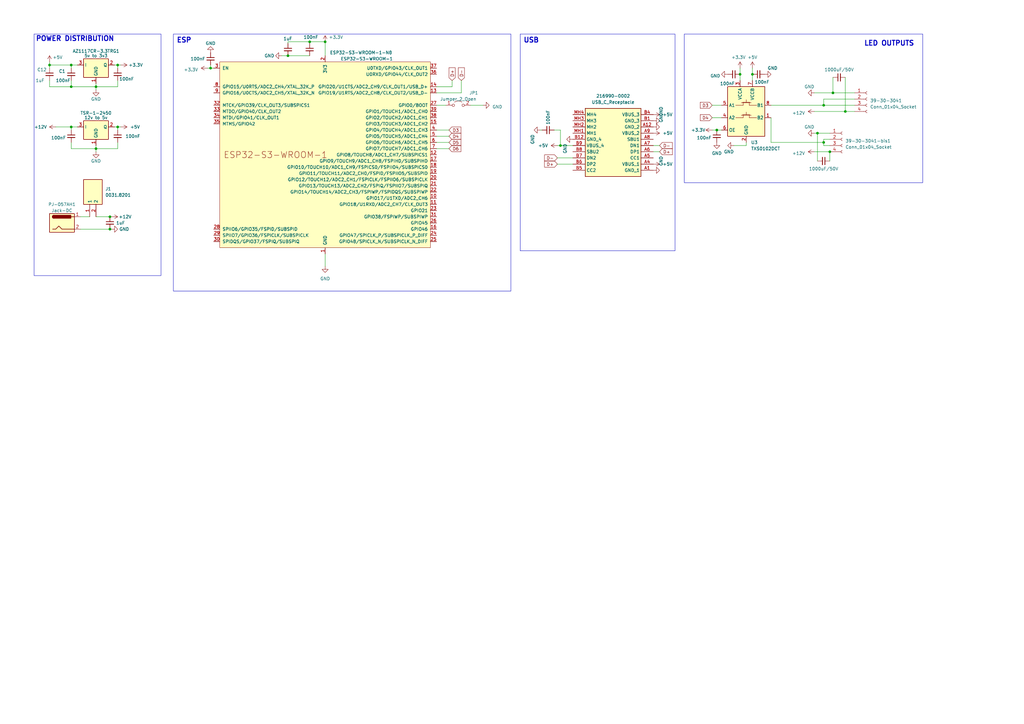
<source format=kicad_sch>
(kicad_sch (version 20230121) (generator eeschema)
  (paper "A3")
  (lib_symbols
    (symbol "Connector:Conn_01x04_Socket" (pin_names (offset 1.016) hide)
      (property "Reference" "J" (at 0 5.08 0))
      (property "Value" "Conn_01x04_Socket" (at 0 -7.62 0))
      (symbol "Conn_01x04_Socket_1_1"
        (arc (start 0 -4.572) (mid -0.5058 -5.08) (end 0 -5.588) (stroke (width 0.1524)))
        (arc (start 0 -2.032) (mid -0.5058 -2.54) (end 0 -3.048) (stroke (width 0.1524)))
        (polyline (pts (xy -1.27 -5.08) (xy -0.508 -5.08)) (stroke (width 0.1524)))
        (polyline (pts (xy -1.27 -2.54) (xy -0.508 -2.54)) (stroke (width 0.1524)))
        (polyline (pts (xy -1.27 0) (xy -0.508 0)) (stroke (width 0.1524)))
        (polyline (pts (xy -1.27 2.54) (xy -0.508 2.54)) (stroke (width 0.1524)))
        (arc (start 0 0.508) (mid -0.5058 0) (end 0 -0.508) (stroke (width 0.1524)))
        (arc (start 0 3.048) (mid -0.5058 2.54) (end 0 2.032) (stroke (width 0.1524)))
        (pin passive line (at -5.08 2.54 0) (length 3.81) (name "Pin_1") (number "1"))
        (pin passive line (at -5.08 0 0) (length 3.81) (name "Pin_2") (number "2"))
        (pin passive line (at -5.08 -2.54 0) (length 3.81) (name "Pin_3") (number "3"))
        (pin passive line (at -5.08 -5.08 0) (length 3.81) (name "Pin_4") (number "4"))
      )
    )
    (symbol "Connector:Jack-DC" (pin_names (offset 1.016))
      (property "Reference" "J" (at 0 5.334 0))
      (property "Value" "Jack-DC" (at 0 -5.08 0))
      (symbol "Jack-DC_0_1"
        (rectangle (start -5.08 3.81) (end 5.08 -3.81) (stroke (width 0.254)) (fill (type background)))
        (arc (start -3.302 3.175) (mid -3.9343 2.54) (end -3.302 1.905) (stroke (width 0.254)))
        (arc (start -3.302 3.175) (mid -3.9343 2.54) (end -3.302 1.905) (stroke (width 0.254)) (fill (type outline)))
        (polyline (pts (xy 5.08 2.54) (xy 3.81 2.54)) (stroke (width 0.254)))
        (polyline (pts (xy -3.81 -2.54) (xy -2.54 -2.54) (xy -1.27 -1.27) (xy 0 -2.54) (xy 2.54 -2.54) (xy 5.08 -2.54)) (stroke (width 0.254)))
        (rectangle (start 3.683 3.175) (end -3.302 1.905) (stroke (width 0.254)) (fill (type outline)))
      )
      (symbol "Jack-DC_1_1"
        (pin passive line (at 7.62 2.54 180) (length 2.54) (name "~") (number "1"))
        (pin passive line (at 7.62 -2.54 180) (length 2.54) (name "~") (number "2"))
      )
    )
    (symbol "Device:C_Small" (pin_numbers hide) (pin_names (offset 0.254) hide)
      (property "Reference" "C" (at 0.254 1.778 0))
      (property "Value" "C_Small" (at 0.254 -2.032 0))
      (symbol "C_Small_0_1"
        (polyline (pts (xy -1.524 -0.508) (xy 1.524 -0.508)) (stroke (width 0.3302)))
        (polyline (pts (xy -1.524 0.508) (xy 1.524 0.508)) (stroke (width 0.3048)))
      )
      (symbol "C_Small_1_1"
        (pin passive line (at 0 2.54 270) (length 2.032) (name "~") (number "1"))
        (pin passive line (at 0 -2.54 90) (length 2.032) (name "~") (number "2"))
      )
    )
    (symbol "Espressif:ESP32-S3-WROOM-1" (pin_names (offset 1.016))
      (property "Reference" "U" (at -43.18 43.18 0))
      (property "Value" "ESP32-S3-WROOM-1" (at -43.18 40.64 0))
      (symbol "ESP32-S3-WROOM-1_0_0"
        (text "ESP32-S3-WROOM-1" (at -20.32 0 0) (effects (font (size 2.54 2.54))))
        (pin power_in line (at 0 -40.64 90) (length 2.54) (name "GND") (number "1"))
        (pin bidirectional line (at 45.72 -17.78 180) (length 2.54) (name "GPIO17/U1TXD/ADC2_CH6") (number "10"))
        (pin bidirectional line (at 45.72 -20.32 180) (length 2.54) (name "GPIO18/U1RXD/ADC2_CH7/CLK_OUT3") (number "11"))
        (pin bidirectional line (at 45.72 0 180) (length 2.54) (name "GPIO8/TOUCH8/ADC1_CH7/SUBSPICS1") (number "12"))
        (pin bidirectional line (at 45.72 25.4 180) (length 2.54) (name "GPIO19/U1RTS/ADC2_CH8/CLK_OUT2/USB_D-") (number "13"))
        (pin bidirectional line (at 45.72 27.94 180) (length 2.54) (name "GPIO20/U1CTS/ADC2_CH9/CLK_OUT1/USB_D+") (number "14"))
        (pin bidirectional line (at 45.72 12.7 180) (length 2.54) (name "GPIO3/TOUCH3/ADC1_CH2") (number "15"))
        (pin bidirectional line (at 45.72 -30.48 180) (length 2.54) (name "GPIO46") (number "16"))
        (pin bidirectional line (at 45.72 -2.54 180) (length 2.54) (name "GPIO9/TOUCH9/ADC1_CH8/FSPIHD/SUBSPIHD") (number "17"))
        (pin bidirectional line (at 45.72 -5.08 180) (length 2.54) (name "GPIO10/TOUCH10/ADC1_CH9/FSPICS0/FSPIIO4/SUBSPICS0") (number "18"))
        (pin bidirectional line (at 45.72 -7.62 180) (length 2.54) (name "GPIO11/TOUCH11/ADC2_CH0/FSPID/FSPIIO5/SUBSPID") (number "19"))
        (pin power_in line (at 0 40.64 270) (length 2.54) (name "3V3") (number "2"))
        (pin bidirectional line (at 45.72 -10.16 180) (length 2.54) (name "GPIO12/TOUCH12/ADC2_CH1/FSPICLK/FSPIIO6/SUBSPICLK") (number "20"))
        (pin bidirectional line (at 45.72 -12.7 180) (length 2.54) (name "GPIO13/TOUCH13/ADC2_CH2/FSPIQ/FSPIIO7/SUBSPIQ") (number "21"))
        (pin bidirectional line (at 45.72 -15.24 180) (length 2.54) (name "GPIO14/TOUCH14/ADC2_CH3/FSPIWP/FSPIDQS/SUBSPIWP") (number "22"))
        (pin bidirectional line (at 45.72 -22.86 180) (length 2.54) (name "GPIO21") (number "23"))
        (pin bidirectional line (at 45.72 -33.02 180) (length 2.54) (name "GPIO47/SPICLK_P/SUBSPICLK_P_DIFF") (number "24"))
        (pin bidirectional line (at 45.72 -35.56 180) (length 2.54) (name "GPIO48/SPICLK_N/SUBSPICLK_N_DIFF") (number "25"))
        (pin bidirectional line (at 45.72 -27.94 180) (length 2.54) (name "GPIO45") (number "26"))
        (pin bidirectional line (at 45.72 20.32 180) (length 2.54) (name "GPIO0/BOOT") (number "27"))
        (pin bidirectional line (at -45.72 -30.48 0) (length 2.54) (name "SPIIO6/GPIO35/FSPID/SUBSPID") (number "28"))
        (pin bidirectional line (at -45.72 -33.02 0) (length 2.54) (name "SPIIO7/GPIO36/FSPICLK/SUBSPICLK") (number "29"))
        (pin input line (at -45.72 35.56 0) (length 2.54) (name "EN") (number "3"))
        (pin bidirectional line (at -45.72 -35.56 0) (length 2.54) (name "SPIDQS/GPIO37/FSPIQ/SUBSPIQ") (number "30"))
        (pin bidirectional line (at 45.72 -25.4 180) (length 2.54) (name "GPIO38/FSPIWP/SUBSPIWP") (number "31"))
        (pin bidirectional line (at -45.72 20.32 0) (length 2.54) (name "MTCK/GPIO39/CLK_OUT3/SUBSPICS1") (number "32"))
        (pin bidirectional line (at -45.72 17.78 0) (length 2.54) (name "MTDO/GPIO40/CLK_OUT2") (number "33"))
        (pin bidirectional line (at -45.72 15.24 0) (length 2.54) (name "MTDI/GPIO41/CLK_OUT1") (number "34"))
        (pin bidirectional line (at -45.72 12.7 0) (length 2.54) (name "MTMS/GPIO42") (number "35"))
        (pin bidirectional line (at 45.72 33.02 180) (length 2.54) (name "U0RXD/GPIO44/CLK_OUT2") (number "36"))
        (pin bidirectional line (at 45.72 35.56 180) (length 2.54) (name "U0TXD/GPIO43/CLK_OUT1") (number "37"))
        (pin bidirectional line (at 45.72 15.24 180) (length 2.54) (name "GPIO2/TOUCH2/ADC1_CH1") (number "38"))
        (pin bidirectional line (at 45.72 17.78 180) (length 2.54) (name "GPIO1/TOUCH1/ADC1_CH0") (number "39"))
        (pin bidirectional line (at 45.72 10.16 180) (length 2.54) (name "GPIO4/TOUCH4/ADC1_CH3") (number "4"))
        (pin passive line (at 0 -40.64 90) (length 2.54) hide (name "GND") (number "40"))
        (pin passive line (at 0 -40.64 90) (length 2.54) hide (name "GND") (number "41"))
        (pin bidirectional line (at 45.72 7.62 180) (length 2.54) (name "GPIO5/TOUCH5/ADC1_CH4") (number "5"))
        (pin bidirectional line (at 45.72 5.08 180) (length 2.54) (name "GPIO6/TOUCH6/ADC1_CH5") (number "6"))
        (pin bidirectional line (at 45.72 2.54 180) (length 2.54) (name "GPIO7/TOUCH7/ADC1_CH6") (number "7"))
        (pin bidirectional line (at -45.72 27.94 0) (length 2.54) (name "GPIO15/U0RTS/ADC2_CH4/XTAL_32K_P") (number "8"))
        (pin bidirectional line (at -45.72 25.4 0) (length 2.54) (name "GPIO16/U0CTS/ADC2_CH5/XTAL_32K_N") (number "9"))
      )
      (symbol "ESP32-S3-WROOM-1_0_1"
        (rectangle (start -43.18 38.1) (end 43.18 -38.1) (fill (type background)))
      )
    )
    (symbol "Jumper:Jumper_2_Open" (pin_names (offset 0) hide)
      (property "Reference" "JP" (at 0 2.794 0))
      (property "Value" "Jumper_2_Open" (at 0 -2.286 0))
      (symbol "Jumper_2_Open_0_0"
        (circle (center -2.032 0) (radius 0.508))
        (circle (center 2.032 0) (radius 0.508))
      )
      (symbol "Jumper_2_Open_0_1"
        (arc (start 1.524 1.27) (mid 0 1.778) (end -1.524 1.27))
      )
      (symbol "Jumper_2_Open_1_1"
        (pin passive line (at -5.08 0 0) (length 2.54) (name "A") (number "1"))
        (pin passive line (at 5.08 0 180) (length 2.54) (name "B") (number "2"))
      )
    )
    (symbol "Logic_LevelTranslator:TXS0102DCT"
      (property "Reference" "U" (at -6.35 11.43 0))
      (property "Value" "TXS0102DCT" (at 3.81 11.43 0))
      (symbol "TXS0102DCT_0_1"
        (rectangle (start -7.62 10.16) (end 7.62 -10.16) (stroke (width 0.254)) (fill (type background)))
        (polyline (pts (xy -4.318 -2.54) (xy -1.27 -2.54)))
        (polyline (pts (xy -2.032 -1.524) (xy 2.032 -1.524)))
        (polyline (pts (xy -1.524 -1.27) (xy 1.524 -1.27)))
        (polyline (pts (xy -1.27 -2.54) (xy -1.27 -1.524)))
        (polyline (pts (xy 0 -1.27) (xy 0 -0.254)))
        (polyline (pts (xy 1.27 -2.54) (xy 1.27 -1.524)))
        (polyline (pts (xy 4.318 -2.54) (xy 1.27 -2.54)))
      )
      (symbol "TXS0102DCT_1_1"
        (polyline (pts (xy -4.318 2.54) (xy -1.27 2.54)))
        (polyline (pts (xy -2.032 3.556) (xy 2.032 3.556)))
        (polyline (pts (xy -1.524 3.81) (xy 1.524 3.81)))
        (polyline (pts (xy -1.27 2.54) (xy -1.27 3.556)))
        (polyline (pts (xy 0 3.81) (xy 0 4.826)))
        (polyline (pts (xy 1.27 2.54) (xy 1.27 3.556)))
        (polyline (pts (xy 4.318 2.54) (xy 1.27 2.54)))
        (pin bidirectional line (at 10.16 -2.54 180) (length 2.54) (name "B2") (number "1"))
        (pin power_in line (at 0 -12.7 90) (length 2.54) (name "GND") (number "2"))
        (pin power_in line (at -2.54 12.7 270) (length 2.54) (name "VCCA") (number "3"))
        (pin bidirectional line (at -10.16 -2.54 0) (length 2.54) (name "A2") (number "4"))
        (pin bidirectional line (at -10.16 2.54 0) (length 2.54) (name "A1") (number "5"))
        (pin input line (at -10.16 -7.62 0) (length 2.54) (name "OE") (number "6"))
        (pin power_in line (at 2.54 12.7 270) (length 2.54) (name "VCCB") (number "7"))
        (pin bidirectional line (at 10.16 2.54 180) (length 2.54) (name "B1") (number "8"))
      )
    )
    (symbol "Regulator_Linear:IFX27001TFV33"
      (property "Reference" "U" (at 0 6.35 0))
      (property "Value" "IFX27001TFV33" (at 0 3.81 0))
      (symbol "IFX27001TFV33_1_1"
        (rectangle (start -5.08 2.54) (end 5.08 -5.08) (stroke (width 0.254)) (fill (type background)))
        (pin power_in line (at 0 -7.62 90) (length 2.54) (name "GND") (number "1"))
        (pin power_out line (at 7.62 0 180) (length 2.54) (name "Q") (number "2"))
        (pin power_in line (at -7.62 0 0) (length 2.54) (name "I") (number "3"))
      )
    )
    (symbol "SamacSys_Parts:0031.8201"
      (property "Reference" "J" (at 16.51 7.62 0))
      (property "Value" "0031.8201" (at 16.51 5.08 0))
      (symbol "0031.8201_1_1"
        (rectangle (start 5.08 2.54) (end 15.24 -5.08) (stroke (width 0.254)) (fill (type background)))
        (pin passive line (at 0 0 0) (length 5.08) (name "1") (number "1"))
        (pin passive line (at 0 -2.54 0) (length 5.08) (name "2") (number "2"))
      )
    )
    (symbol "SamacSys_Parts:216990-0002"
      (property "Reference" "J" (at 29.21 7.62 0))
      (property "Value" "216990-0002" (at 29.21 5.08 0))
      (symbol "216990-0002_1_1"
        (rectangle (start 5.08 2.54) (end 27.94 -25.4) (stroke (width 0.254)) (fill (type background)))
        (pin passive line (at 0 0 0) (length 5.08) (name "GND_1") (number "A1"))
        (pin passive line (at 0 -17.78 0) (length 5.08) (name "GND_2") (number "A12"))
        (pin passive line (at 0 -2.54 0) (length 5.08) (name "VBUS_1") (number "A4"))
        (pin passive line (at 0 -5.08 0) (length 5.08) (name "CC1") (number "A5"))
        (pin passive line (at 0 -7.62 0) (length 5.08) (name "DP1") (number "A6"))
        (pin passive line (at 0 -10.16 0) (length 5.08) (name "DN1") (number "A7"))
        (pin passive line (at 0 -12.7 0) (length 5.08) (name "SBU1") (number "A8"))
        (pin passive line (at 0 -15.24 0) (length 5.08) (name "VBUS_2") (number "A9"))
        (pin passive line (at 0 -20.32 0) (length 5.08) (name "GND_3") (number "B1"))
        (pin passive line (at 33.02 -12.7 180) (length 5.08) (name "GND_4") (number "B12"))
        (pin passive line (at 0 -22.86 0) (length 5.08) (name "VBUS_3") (number "B4"))
        (pin passive line (at 33.02 0 180) (length 5.08) (name "CC2") (number "B5"))
        (pin passive line (at 33.02 -2.54 180) (length 5.08) (name "DP2") (number "B6"))
        (pin passive line (at 33.02 -5.08 180) (length 5.08) (name "DN2") (number "B7"))
        (pin passive line (at 33.02 -7.62 180) (length 5.08) (name "SBU2") (number "B8"))
        (pin passive line (at 33.02 -10.16 180) (length 5.08) (name "VBUS_4") (number "B9"))
        (pin passive line (at 33.02 -15.24 180) (length 5.08) (name "MH1") (number "MH1"))
        (pin passive line (at 33.02 -17.78 180) (length 5.08) (name "MH2") (number "MH2"))
        (pin passive line (at 33.02 -20.32 180) (length 5.08) (name "MH3") (number "MH3"))
        (pin passive line (at 33.02 -22.86 180) (length 5.08) (name "MH4") (number "MH4"))
      )
    )
    (symbol "power:+12V" (power) (pin_names (offset 0))
      (property "Value" "+12V" (at 0 3.556 0))
      (symbol "+12V_0_1"
        (polyline (pts (xy -0.762 1.27) (xy 0 2.54)))
        (polyline (pts (xy 0 0) (xy 0 2.54)))
        (polyline (pts (xy 0 2.54) (xy 0.762 1.27)))
      )
      (symbol "+12V_1_1"
        (pin power_in line (at 0 0 90) (length 0) hide (name "+12V") (number "1"))
      )
    )
    (symbol "power:+3.3V" (power) (pin_names (offset 0))
      (property "Value" "+3.3V" (at 0 3.556 0))
      (symbol "+3.3V_0_1"
        (polyline (pts (xy -0.762 1.27) (xy 0 2.54)))
        (polyline (pts (xy 0 0) (xy 0 2.54)))
        (polyline (pts (xy 0 2.54) (xy 0.762 1.27)))
      )
      (symbol "+3.3V_1_1"
        (pin power_in line (at 0 0 90) (length 0) hide (name "+3.3V") (number "1"))
      )
    )
    (symbol "power:+5V" (power) (pin_names (offset 0))
      (property "Value" "+5V" (at 0 3.556 0))
      (symbol "+5V_0_1"
        (polyline (pts (xy -0.762 1.27) (xy 0 2.54)))
        (polyline (pts (xy 0 0) (xy 0 2.54)))
        (polyline (pts (xy 0 2.54) (xy 0.762 1.27)))
      )
      (symbol "+5V_1_1"
        (pin power_in line (at 0 0 90) (length 0) hide (name "+5V") (number "1"))
      )
    )
    (symbol "power:GND" (power) (pin_names (offset 0))
      (property "Value" "GND" (at 0 -3.81 0))
      (symbol "GND_0_1"
        (polyline (pts (xy 0 0) (xy 0 -1.27) (xy 1.27 -1.27) (xy 0 -2.54) (xy -1.27 -1.27) (xy 0 -1.27)))
      )
      (symbol "GND_1_1"
        (pin power_in line (at 0 0 270) (length 0) hide (name "GND") (number "1"))
      )
    )
  )
  (junction (at 294.005 53.34))
  (junction (at 29.21 52.07))
  (junction (at 337.82 43.18))
  (junction (at 229.87 59.69))
  (junction (at 303.53 30.48))
  (junction (at 39.37 60.96))
  (junction (at 29.21 35.56))
  (junction (at 335.28 54.61))
  (junction (at 340.36 62.23))
  (junction (at 346.71 45.72))
  (junction (at 118.11 22.86))
  (junction (at 127 17.145))
  (junction (at 45.085 88.9))
  (junction (at 337.82 58.42))
  (junction (at 39.37 35.56))
  (junction (at 133.35 17.145))
  (junction (at 341.63 38.1))
  (junction (at 308.61 30.48))
  (junction (at 45.085 93.98))
  (junction (at 20.32 26.67))
  (junction (at 29.21 26.67))
  (junction (at 48.26 26.67))
  (junction (at 48.26 52.07))
  (junction (at 86.36 27.94))
  (wire (pts (xy 316.23 58.42) (xy 337.82 58.42)))
  (wire (pts (xy 29.21 58.42) (xy 29.21 60.96)))
  (wire (pts (xy 179.07 60.96) (xy 184.15 60.96)))
  (wire (pts (xy 335.28 66.04) (xy 335.28 54.61)))
  (wire (pts (xy 39.37 59.69) (xy 39.37 60.96)))
  (wire (pts (xy 20.32 26.67) (xy 29.21 26.67)))
  (wire (pts (xy 334.01 54.61) (xy 335.28 54.61)))
  (wire (pts (xy 337.82 59.69) (xy 337.82 58.42)))
  (wire (pts (xy 303.53 27.94) (xy 303.53 30.48)))
  (wire (pts (xy 115.57 22.86) (xy 118.11 22.86)))
  (wire (pts (xy 228.6 67.31) (xy 234.95 67.31)))
  (wire (pts (xy 292.1 43.18) (xy 295.91 43.18)))
  (wire (pts (xy 341.63 31.75) (xy 341.63 38.1)))
  (wire (pts (xy 346.71 45.72) (xy 350.52 45.72)))
  (wire (pts (xy 185.42 33.02) (xy 185.42 35.56)))
  (wire (pts (xy 20.32 25.4) (xy 20.32 26.67)))
  (wire (pts (xy 48.26 52.07) (xy 49.53 52.07)))
  (wire (pts (xy 229.87 53.34) (xy 229.87 59.69)))
  (wire (pts (xy 46.99 26.67) (xy 48.26 26.67)))
  (wire (pts (xy 228.6 64.77) (xy 234.95 64.77)))
  (wire (pts (xy 20.32 35.56) (xy 29.21 35.56)))
  (wire (pts (xy 337.82 58.42) (xy 337.82 57.15)))
  (wire (pts (xy 45.085 88.9) (xy 45.72 88.9)))
  (wire (pts (xy 308.61 30.48) (xy 308.61 33.02)))
  (wire (pts (xy 39.37 88.9) (xy 45.085 88.9)))
  (wire (pts (xy 189.23 38.1) (xy 179.07 38.1)))
  (wire (pts (xy 222.25 53.34) (xy 221.615 53.34)))
  (wire (pts (xy 29.21 60.96) (xy 39.37 60.96)))
  (wire (pts (xy 85.09 27.94) (xy 86.36 27.94)))
  (wire (pts (xy 300.99 59.69) (xy 306.07 59.69)))
  (wire (pts (xy 308.61 27.94) (xy 308.61 30.48)))
  (wire (pts (xy 118.11 17.78) (xy 118.11 17.145)))
  (wire (pts (xy 29.21 52.07) (xy 31.75 52.07)))
  (wire (pts (xy 337.82 40.64) (xy 350.52 40.64)))
  (wire (pts (xy 316.23 48.26) (xy 316.23 58.42)))
  (wire (pts (xy 39.37 35.56) (xy 39.37 36.83)))
  (wire (pts (xy 227.33 53.34) (xy 229.87 53.34)))
  (wire (pts (xy 341.63 38.1) (xy 350.52 38.1)))
  (wire (pts (xy 334.01 62.23) (xy 340.36 62.23)))
  (wire (pts (xy 185.42 35.56) (xy 179.07 35.56)))
  (wire (pts (xy 20.32 26.67) (xy 20.32 27.94)))
  (wire (pts (xy 267.97 59.69) (xy 270.51 59.69)))
  (wire (pts (xy 33.02 93.98) (xy 45.085 93.98)))
  (wire (pts (xy 133.35 104.14) (xy 133.35 109.22)))
  (wire (pts (xy 303.53 30.48) (xy 303.53 33.02)))
  (wire (pts (xy 45.085 93.98) (xy 45.72 93.98)))
  (wire (pts (xy 48.26 35.56) (xy 39.37 35.56)))
  (wire (pts (xy 179.07 53.34) (xy 184.15 53.34)))
  (wire (pts (xy 292.1 48.26) (xy 295.91 48.26)))
  (wire (pts (xy 228.6 59.69) (xy 229.87 59.69)))
  (wire (pts (xy 267.97 62.23) (xy 270.51 62.23)))
  (wire (pts (xy 127 17.145) (xy 127 17.78)))
  (wire (pts (xy 306.07 59.69) (xy 306.07 58.42)))
  (wire (pts (xy 29.21 35.56) (xy 39.37 35.56)))
  (wire (pts (xy 350.52 43.18) (xy 337.82 43.18)))
  (wire (pts (xy 48.26 53.34) (xy 48.26 52.07)))
  (wire (pts (xy 86.36 27.94) (xy 87.63 27.94)))
  (wire (pts (xy 189.23 33.02) (xy 189.23 38.1)))
  (wire (pts (xy 340.36 59.69) (xy 337.82 59.69)))
  (wire (pts (xy 22.86 52.07) (xy 29.21 52.07)))
  (wire (pts (xy 48.26 26.67) (xy 49.53 26.67)))
  (wire (pts (xy 48.26 58.42) (xy 48.26 60.96)))
  (wire (pts (xy 334.01 38.1) (xy 341.63 38.1)))
  (wire (pts (xy 337.82 43.18) (xy 337.82 40.64)))
  (wire (pts (xy 337.82 57.15) (xy 340.36 57.15)))
  (wire (pts (xy 86.36 26.67) (xy 86.36 27.94)))
  (wire (pts (xy 127 17.145) (xy 133.35 17.145)))
  (wire (pts (xy 39.37 34.29) (xy 39.37 35.56)))
  (wire (pts (xy 118.11 22.86) (xy 127 22.86)))
  (wire (pts (xy 133.35 17.145) (xy 133.35 22.86)))
  (wire (pts (xy 20.32 33.02) (xy 20.32 35.56)))
  (wire (pts (xy 340.36 66.04) (xy 340.36 62.23)))
  (wire (pts (xy 179.07 55.88) (xy 184.15 55.88)))
  (wire (pts (xy 29.21 33.02) (xy 29.21 35.56)))
  (wire (pts (xy 179.07 43.18) (xy 182.88 43.18)))
  (wire (pts (xy 29.21 53.34) (xy 29.21 52.07)))
  (wire (pts (xy 29.21 27.94) (xy 29.21 26.67)))
  (wire (pts (xy 335.28 54.61) (xy 340.36 54.61)))
  (wire (pts (xy 294.005 53.34) (xy 295.91 53.34)))
  (wire (pts (xy 193.04 43.18) (xy 198.12 43.18)))
  (wire (pts (xy 334.01 45.72) (xy 346.71 45.72)))
  (wire (pts (xy 118.11 17.145) (xy 127 17.145)))
  (wire (pts (xy 48.26 27.94) (xy 48.26 26.67)))
  (wire (pts (xy 292.1 53.34) (xy 294.005 53.34)))
  (wire (pts (xy 179.07 58.42) (xy 184.15 58.42)))
  (wire (pts (xy 229.87 59.69) (xy 234.95 59.69)))
  (wire (pts (xy 48.26 33.02) (xy 48.26 35.56)))
  (wire (pts (xy 29.21 26.67) (xy 31.75 26.67)))
  (wire (pts (xy 316.23 43.18) (xy 337.82 43.18)))
  (wire (pts (xy 33.02 88.9) (xy 36.83 88.9)))
  (wire (pts (xy 46.99 52.07) (xy 48.26 52.07)))
  (wire (pts (xy 48.26 60.96) (xy 39.37 60.96)))
  (wire (pts (xy 346.71 31.75) (xy 346.71 45.72)))
  (wire (pts (xy 39.37 60.96) (xy 39.37 62.23)))
  (rectangle (start 280.67 13.97) (end 378.46 74.93))
  (rectangle (start 13.97 13.97) (end 66.04 113.03))
  (rectangle (start 71.12 13.97) (end 209.55 119.38))
  (rectangle (start 213.36 13.97) (end 276.86 102.87))
  (text "USB\n" (at 214.63 17.78 0) (effects (font (size 2 2) (thickness 0.4) bold) (justify left bottom)))
  (text "LED OUTPUTS\n" (at 354.33 19.05 0) (effects (font (size 2 2) (thickness 0.4) bold) (justify left bottom)))
  (text "ESP\n" (at 72.39 17.78 0) (effects (font (size 2 2) (thickness 0.4) bold) (justify left bottom)))
  (text "POWER DISTRIBUTION\n" (at 14.605 17.145 0) (effects (font (size 2 2) (thickness 0.4) bold) (justify left bottom)))
  (global_label "D+" (shape input) (at 185.42 33.02 90) (property "Intersheetrefs" "${INTERSHEET_REFS}" (effects hide)))
  (global_label "D-" (shape input) (at 270.51 59.69 0) (property "Intersheetrefs" "${INTERSHEET_REFS}" (effects hide)))
  (global_label "D3" (shape input) (at 184.15 53.34 0) (property "Intersheetrefs" "${INTERSHEET_REFS}" (effects hide)))
  (global_label "D6" (shape input) (at 184.15 60.96 0) (property "Intersheetrefs" "${INTERSHEET_REFS}" (effects hide)))
  (global_label "D-" (shape input) (at 189.23 33.02 90) (property "Intersheetrefs" "${INTERSHEET_REFS}" (effects hide)))
  (global_label "D4" (shape input) (at 184.15 55.88 0) (property "Intersheetrefs" "${INTERSHEET_REFS}" (effects hide)))
  (global_label "D+" (shape input) (at 228.6 67.31 180) (property "Intersheetrefs" "${INTERSHEET_REFS}" (effects hide)))
  (global_label "D3" (shape input) (at 292.1 43.18 180) (property "Intersheetrefs" "${INTERSHEET_REFS}" (effects hide)))
  (global_label "D+" (shape input) (at 270.51 62.23 0) (property "Intersheetrefs" "${INTERSHEET_REFS}" (effects hide)))
  (global_label "D5" (shape input) (at 184.15 58.42 0) (property "Intersheetrefs" "${INTERSHEET_REFS}" (effects hide)))
  (global_label "D-" (shape input) (at 228.6 64.77 180) (property "Intersheetrefs" "${INTERSHEET_REFS}" (effects hide)))
  (global_label "D4" (shape input) (at 292.1 48.26 180) (property "Intersheetrefs" "${INTERSHEET_REFS}" (effects hide)))
  (symbol (lib_id "Device:C_Small") (at 86.36 24.13 0) (unit 1)
    (property "Reference" "C6" (effects hide))
    (property "Value" "100nF" (at 78.105 24.13 0) (effects (justify left)))
    (property "Footprint" "SamacSys_Parts:CAPC1005X55N" (effects hide))
  )
  (symbol (lib_id "Connector:Jack-DC") (at 25.4 91.44 0) (unit 1)
    (property "Reference" "PJ-057AH1" (at 25.4 83.82 0))
    (property "Value" "Jack-DC" (at 25.4 86.36 0))
    (property "Footprint" "SamacSys_Parts:PJ057AH" (effects hide))
  )
  (symbol (lib_id "power:GND") (at 39.37 62.23 0) (unit 1)
    (property "Reference" "#PWR09" (effects hide))
    (property "Value" "GND" (at 39.37 66.04 0))
  )
  (symbol (lib_id "power:+5V") (at 267.97 46.99 270) (unit 1)
    (property "Reference" "#PWR034" (effects hide))
    (property "Value" "+5V" (at 271.78 46.99 90) (effects (justify left)))
  )
  (symbol (lib_id "power:+5V") (at 20.32 25.4 0) (unit 1)
    (property "Reference" "#PWR018" (effects hide))
    (property "Value" "+5V" (at 21.59 23.495 0) (effects (justify left)))
  )
  (symbol (lib_id "Device:C_Small") (at 48.26 30.48 0) (unit 1)
    (property "Reference" "C2" (effects hide))
    (property "Value" "100nF" (at 48.895 32.385 0) (effects (justify left)))
    (property "Footprint" "SamacSys_Parts:CAPC1005X55N" (effects hide))
  )
  (symbol (lib_id "power:GND") (at 267.97 52.07 90) (unit 1)
    (property "Reference" "#PWR038" (effects hide))
    (property "Value" "GND" (at 271.145 48.26 0))
  )
  (symbol (lib_id "power:+3.3V") (at 303.53 27.94 0) (unit 1)
    (property "Reference" "#PWR026" (effects hide))
    (property "Value" "+3.3V" (at 302.895 23.495 0))
  )
  (symbol (lib_id "power:GND") (at 313.69 30.48 90) (unit 1)
    (property "Reference" "#PWR022" (effects hide))
    (property "Value" "GND" (at 316.865 27.94 90))
  )
  (symbol (lib_id "power:+5V") (at 228.6 59.69 90) (unit 1)
    (property "Reference" "#PWR011" (effects hide))
    (property "Value" "+5V" (at 224.79 59.69 90) (effects (justify left)))
  )
  (symbol (lib_id "Device:C_Small") (at 118.11 20.32 0) (unit 1)
    (property "Reference" "C14" (effects hide))
    (property "Value" "1uF" (at 116.205 15.875 0) (effects (justify left)))
    (property "Footprint" "SamacSys_Parts:CAPC1005X55N" (effects hide))
  )
  (symbol (lib_id "Device:C_Small") (at 344.17 31.75 90) (unit 1)
    (property "Reference" "C8" (effects hide))
    (property "Value" "1000uF/50V" (at 344.17 28.575 90))
    (property "Footprint" "SamacSys_Parts:CAPAE1030X1030N" (effects hide))
  )
  (symbol (lib_id "Connector:Conn_01x04_Socket") (at 345.44 57.15 0) (unit 1)
    (property "Reference" "39-30-3041-bis1" (at 346.71 57.785 0) (effects (justify left)))
    (property "Value" "Conn_01x04_Socket" (at 346.71 60.325 0) (effects (justify left)))
    (property "Footprint" "SamacSys_Parts:39303041" (effects hide))
  )
  (symbol (lib_id "Device:C_Small") (at 29.21 30.48 0) (unit 1)
    (property "Reference" "C1" (at 24.13 29.21 0) (effects (justify left)))
    (property "Value" "100nF" (at 22.86 33.02 0) (effects (justify left)))
    (property "Footprint" "SamacSys_Parts:CAPC1005X55N" (effects hide))
  )
  (symbol (lib_id "power:+12V") (at 22.86 52.07 90) (unit 1)
    (property "Reference" "#PWR03" (effects hide))
    (property "Value" "+12V" (at 13.97 52.07 90) (effects (justify right)))
  )
  (symbol (lib_id "power:GND") (at 298.45 30.48 270) (unit 1)
    (property "Reference" "#PWR021" (effects hide))
    (property "Value" "GND" (at 293.37 31.115 90))
  )
  (symbol (lib_id "power:+12V") (at 334.01 62.23 90) (unit 1)
    (property "Reference" "#PWR031" (effects hide))
    (property "Value" "+12V" (at 330.2 62.865 90) (effects (justify left)))
  )
  (symbol (lib_id "power:GND") (at 221.615 53.34 270) (unit 1)
    (property "Reference" "#PWR020" (effects hide))
    (property "Value" "GND" (at 218.44 57.15 0))
  )
  (symbol (lib_id "power:+12V") (at 45.72 88.9 270) (unit 1)
    (property "Reference" "#PWR013" (effects hide))
    (property "Value" "+12V" (at 53.975 88.9 90) (effects (justify right)))
  )
  (symbol (lib_id "power:GND") (at 133.35 109.22 0) (unit 1)
    (property "Reference" "#PWR05" (effects hide))
    (property "Value" "GND" (at 133.35 114.3 0))
  )
  (symbol (lib_id "power:+5V") (at 267.97 67.31 270) (unit 1)
    (property "Reference" "#PWR035" (effects hide))
    (property "Value" "+5V" (at 271.78 67.31 90) (effects (justify left)))
  )
  (symbol (lib_id "SamacSys_Parts:0031.8201") (at 36.83 88.9 90) (unit 1)
    (property "Reference" "J1" (at 43.18 77.47 90) (effects (justify right)))
    (property "Value" "0031.8201" (at 43.18 80.01 90) (effects (justify right)))
    (property "Footprint" "SamacSys_Parts:0031.8201" (effects hide))
    (property "Datasheet" "http://www.schurter.com.hk/var/schurter/storage/ilcatalogue/files/document/datasheet/en/pdf/typ_OGN.pdf" (effects hide))
    (property "Mouser Part Number" "693-0031.8201" (effects hide))
    (property "Mouser Price/Stock" "https://www.mouser.co.uk/ProductDetail/Schurter/0031.8201?qs=A0AD9A9uYPZ%2F5Y96FqMyAQ%3D%3D" (effects hide))
    (property "Manufacturer_Name" "SCHURTER" (effects hide))
    (property "Manufacturer_Part_Number" "0031.8201" (effects hide))
  )
  (symbol (lib_id "Device:C_Small") (at 224.79 53.34 270) (unit 1)
    (property "Reference" "C9" (effects hide))
    (property "Value" "100nF" (at 224.79 45.085 0) (effects (justify left)))
    (property "Footprint" "SamacSys_Parts:CAPC1005X55N" (effects hide))
  )
  (symbol (lib_id "Espressif:ESP32-S3-WROOM-1") (at 133.35 63.5 0) (unit 1)
    (property "Reference" "ESP32-S3-WROOM-1-N8" (at 135.3059 21.59 0) (effects (justify left)))
    (property "Value" "ESP32-S3-WROOM-1" (at 139.7 24.13 0) (effects (justify left)))
    (property "Footprint" "SamacSys_Parts:ESP32S3WROOM1N8R8" (effects hide))
    (property "Datasheet" "https://www.espressif.com/sites/default/files/documentation/esp32-s3-wroom-1_wroom-1u_datasheet_en.pdf" (effects hide))
    (property "shop" "https://www.mouser.ch/ProductDetail/Espressif-Systems/ESP32-S3-WROOM-1-N8?qs=sGAEpiMZZMu3sxpa5v1qrpuLb1YRQvRH486xd1meH8w%3D" (effects hide))
  )
  (symbol (lib_id "power:GND") (at 294.005 58.42 0) (unit 1)
    (property "Reference" "#PWR023" (effects hide))
    (property "Value" "GND" (at 294.005 62.865 0))
  )
  (symbol (lib_id "power:GND") (at 334.01 54.61 270) (unit 1)
    (property "Reference" "#PWR030" (effects hide))
    (property "Value" "GND" (at 334.01 52.07 90) (effects (justify right)))
  )
  (symbol (lib_id "power:GND") (at 198.12 43.18 90) (unit 1)
    (property "Reference" "#PWR06" (effects hide))
    (property "Value" "GND" (at 201.93 43.815 90) (effects (justify right)))
  )
  (symbol (lib_id "power:+3.3V") (at 85.09 27.94 90) (unit 1)
    (property "Reference" "#PWR01" (effects hide))
    (property "Value" "+3.3V" (at 81.28 28.575 90) (effects (justify left)))
  )
  (symbol (lib_id "power:+3.3V") (at 49.53 26.67 270) (unit 1)
    (property "Reference" "#PWR07" (effects hide))
    (property "Value" "+3.3V" (at 52.705 26.67 90) (effects (justify left)))
  )
  (symbol (lib_id "power:GND") (at 115.57 22.86 270) (unit 1)
    (property "Reference" "#PWR019" (effects hide))
    (property "Value" "GND" (at 110.49 22.86 90))
  )
  (symbol (lib_id "Regulator_Linear:IFX27001TFV33") (at 39.37 52.07 0) (unit 1)
    (property "Reference" "TSR-1-2450" (at 39.37 46.355 0))
    (property "Value" "12v to 5v" (at 39.37 48.26 0))
    (property "Footprint" "SamacSys_Parts:TSR12450" (effects hide))
    (property "Datasheet" "https://static6.arrow.com/aropdfconversion/dc75757ae45a88e5f69bdce3f2a651a5fe0ca07d/ifx27001_ds_10.pdf" (effects hide))
    (property "shop" "https://www.mouser.ch/ProductDetail/Texas-Instruments/TLV75533PDBVR?qs=sGAEpiMZZMt1hubY80%2Fs8Ncl2sHGlOOHvezMCOdr1JVVYBSOtLKJ3g%3D%3D" (effects hide))
  )
  (symbol (lib_id "power:GND") (at 234.95 57.15 270) (unit 1)
    (property "Reference" "#PWR032" (effects hide))
    (property "Value" "GND" (at 231.775 60.96 0))
  )
  (symbol (lib_id "Device:C_Small") (at 300.99 30.48 270) (unit 1)
    (property "Reference" "C10" (effects hide))
    (property "Value" "100nF" (at 295.275 34.29 90) (effects (justify left)))
    (property "Footprint" "SamacSys_Parts:CAPC1005X55N" (effects hide))
  )
  (symbol (lib_id "Connector:Conn_01x04_Socket") (at 355.6 40.64 0) (unit 1)
    (property "Reference" "39-30-3041" (at 356.87 41.275 0) (effects (justify left)))
    (property "Value" "Conn_01x04_Socket" (at 356.87 43.815 0) (effects (justify left)))
    (property "Footprint" "SamacSys_Parts:39303041" (effects hide))
  )
  (symbol (lib_id "Device:C_Small") (at 127 20.32 0) (unit 1)
    (property "Reference" "C0402C103K1RACAUTO1" (effects hide))
    (property "Value" "100nF" (at 124.46 15.24 0) (effects (justify left)))
    (property "Footprint" "SamacSys_Parts:CAPC1005X55N" (effects hide))
  )
  (symbol (lib_id "power:GND") (at 267.97 69.85 90) (unit 1)
    (property "Reference" "#PWR036" (effects hide))
    (property "Value" "GND" (at 271.145 66.04 0))
  )
  (symbol (lib_id "power:GND") (at 45.72 93.98 90) (unit 1)
    (property "Reference" "#PWR014" (effects hide))
    (property "Value" "GND" (at 48.895 93.98 90) (effects (justify right)))
  )
  (symbol (lib_id "power:+12V") (at 334.01 45.72 90) (unit 1)
    (property "Reference" "#PWR029" (effects hide))
    (property "Value" "+12V" (at 330.2 46.355 90) (effects (justify left)))
  )
  (symbol (lib_id "power:+5V") (at 267.97 54.61 270) (unit 1)
    (property "Reference" "#PWR033" (effects hide))
    (property "Value" "+5V" (at 271.78 54.61 90) (effects (justify left)))
  )
  (symbol (lib_id "power:GND") (at 300.99 59.69 270) (unit 1)
    (property "Reference" "#PWR025" (effects hide))
    (property "Value" "GND" (at 300.99 62.23 90) (effects (justify right)))
  )
  (symbol (lib_id "power:+3.3V") (at 133.35 17.145 0) (unit 1)
    (property "Reference" "#PWR02" (effects hide))
    (property "Value" "+3.3V" (at 137.795 15.24 0))
  )
  (symbol (lib_id "Logic_LevelTranslator:TXS0102DCT") (at 306.07 45.72 0) (unit 1)
    (property "Reference" "U3" (at 308.0259 58.42 0) (effects (justify left)))
    (property "Value" "TXS0102DCT" (at 308.0259 60.96 0) (effects (justify left)))
    (property "Footprint" "Package_SO:SSOP-8_2.95x2.8mm_P0.65mm" (effects hide))
    (property "Datasheet" "http://www.ti.com/lit/gpn/txs0102" (effects hide))
  )
  (symbol (lib_id "Device:C_Small") (at 48.26 55.88 0) (unit 1)
    (property "Reference" "C4" (effects hide))
    (property "Value" "100nF" (at 51.435 55.88 0) (effects (justify left)))
    (property "Footprint" "SamacSys_Parts:CAPC1005X55N" (effects hide))
  )
  (symbol (lib_id "power:+5V") (at 49.53 52.07 270) (unit 1)
    (property "Reference" "#PWR012" (effects hide))
    (property "Value" "+5V" (at 53.34 52.07 90) (effects (justify left)))
  )
  (symbol (lib_id "power:+3.3V") (at 292.1 53.34 90) (unit 1)
    (property "Reference" "#PWR024" (effects hide))
    (property "Value" "+3.3V" (at 286.385 53.34 90))
  )
  (symbol (lib_id "Device:C_Small") (at 20.32 30.48 0) (unit 1)
    (property "Reference" "C12" (at 15.24 28.575 0) (effects (justify left)))
    (property "Value" "1uF" (at 14.605 33.02 0) (effects (justify left)))
    (property "Footprint" "SamacSys_Parts:CAPC1005X55N" (effects hide))
  )
  (symbol (lib_id "power:GND") (at 86.36 21.59 180) (unit 1)
    (property "Reference" "#PWR010" (effects hide))
    (property "Value" "GND" (at 86.36 17.78 0))
  )
  (symbol (lib_id "Jumper:Jumper_2_Open") (at 187.96 43.18 0) (unit 1)
    (property "Reference" "JP1" (at 194.31 38.1 0))
    (property "Value" "Jumper_2_Open" (at 187.96 40.64 0))
    (property "Footprint" "Jumper:SolderJumper-2_P1.3mm_Bridged2Bar_Pad1.0x1.5mm" (effects hide))
  )
  (symbol (lib_id "power:+5V") (at 308.61 27.94 0) (unit 1)
    (property "Reference" "#PWR027" (effects hide))
    (property "Value" "+5V" (at 308.61 23.495 0))
  )
  (symbol (lib_id "Device:C_Small") (at 311.15 30.48 90) (unit 1)
    (property "Reference" "C11" (effects hide))
    (property "Value" "100nF" (at 315.595 33.655 90) (effects (justify left)))
    (property "Footprint" "SamacSys_Parts:CAPC1005X55N" (effects hide))
  )
  (symbol (lib_id "Device:C_Small") (at 45.085 91.44 0) (unit 1)
    (property "Reference" "C13" (effects hide))
    (property "Value" "1uF" (at 47.625 91.44 0) (effects (justify left)))
    (property "Footprint" "SamacSys_Parts:CAPC1005X55N" (effects hide))
  )
  (symbol (lib_id "Regulator_Linear:IFX27001TFV33") (at 39.37 26.67 0) (unit 1)
    (property "Reference" "AZ1117CR-3.3TRG1" (at 39.37 20.955 0))
    (property "Value" "5v to 3v3" (at 39.37 22.86 0))
    (property "Footprint" "Package_TO_SOT_SMD:TO-252-3_TabPin2" (effects hide))
    (property "Datasheet" "https://static6.arrow.com/aropdfconversion/dc75757ae45a88e5f69bdce3f2a651a5fe0ca07d/ifx27001_ds_10.pdf" (effects hide))
    (property "shop" "https://www.mouser.ch/ProductDetail/Texas-Instruments/TLV75533PDBVR?qs=sGAEpiMZZMt1hubY80%2Fs8Ncl2sHGlOOHvezMCOdr1JVVYBSOtLKJ3g%3D%3D" (effects hide))
  )
  (symbol (lib_id "SamacSys_Parts:216990-0002") (at 267.97 69.85 180) (unit 1)
    (property "Reference" "216990-0002" (at 251.46 39.37 0))
    (property "Value" "USB_C_Receptacle" (at 251.46 41.91 0))
    (property "Footprint" "SamacSys_Parts:2169900002" (effects hide))
    (property "Datasheet" "https://www.molex.com/pdm_docs/sd/2169900002_sd.pdf" (effects hide))
    (property "Height" "3.36" (effects hide))
    (property "Mouser Part Number" "538-216990-0002" (effects hide))
    (property "Mouser Price/Stock" "https://www.mouser.co.uk/ProductDetail/Molex/216990-0002?qs=DRkmTr78QASj4FpNbwgn5Q%3D%3D" (effects hide))
    (property "Manufacturer_Name" "Molex" (effects hide))
    (property "Manufacturer_Part_Number" "216990-0002" (effects hide))
  )
  (symbol (lib_id "power:GND") (at 39.37 36.83 0) (unit 1)
    (property "Reference" "#PWR08" (effects hide))
    (property "Value" "GND" (at 39.37 40.64 0))
  )
  (symbol (lib_id "power:GND") (at 267.97 49.53 90) (unit 1)
    (property "Reference" "#PWR037" (effects hide))
    (property "Value" "GND" (at 271.145 45.72 0))
  )
  (symbol (lib_id "Device:C_Small") (at 29.21 55.88 0) (unit 1)
    (property "Reference" "C3" (effects hide))
    (property "Value" "100nF" (at 20.955 56.515 0) (effects (justify left)))
    (property "Footprint" "SamacSys_Parts:CAPC1005X55N" (effects hide))
  )
  (symbol (lib_id "power:GND") (at 334.01 38.1 270) (unit 1)
    (property "Reference" "#PWR028" (effects hide))
    (property "Value" "GND" (at 334.01 35.56 90) (effects (justify right)))
  )
  (symbol (lib_id "Device:C_Small") (at 337.82 66.04 270) (unit 1)
    (property "Reference" "C5" (effects hide))
    (property "Value" "1000uF/50V" (at 337.82 69.215 90))
    (property "Footprint" "SamacSys_Parts:CAPAE1030X1030N" (effects hide))
  )
  (symbol (lib_id "Device:C_Small") (at 294.005 55.88 0) (unit 1)
    (property "Reference" "C15" (effects hide))
    (property "Value" "100nF" (at 285.75 56.515 0) (effects (justify left)))
    (property "Footprint" "SamacSys_Parts:CAPC1005X55N" (effects hide))
  )
)
</source>
